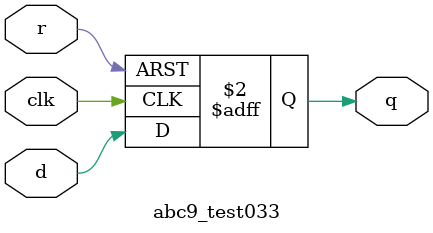
<source format=v>
module abc9_test033(input clk, d, r, output reg q);
always @(negedge clk or posedge r)
    if (r) q <= 1'b1;
    else q <= d;
endmodule
</source>
